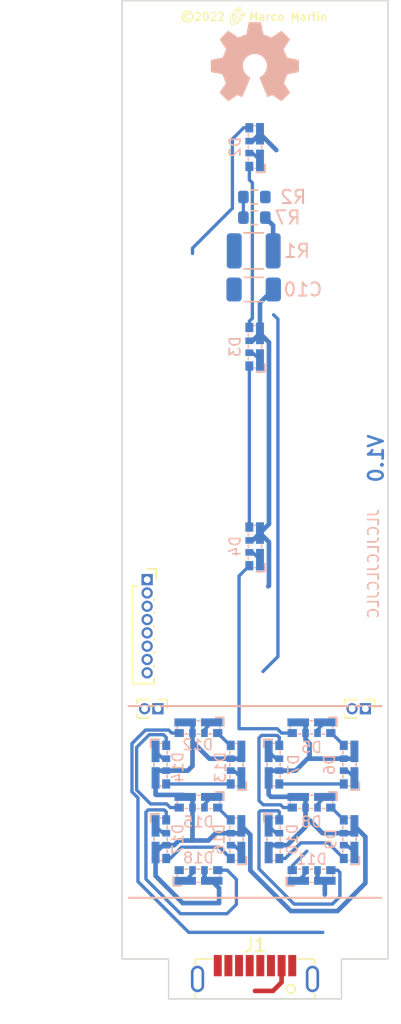
<source format=kicad_pcb>
(kicad_pcb (version 20211014) (generator pcbnew)
  (layers (0 "F.Cu" signal) (31 "B.Cu" signal) (34 "B.Paste" user) (35 "F.Paste" user) (36 "B.SilkS" user "B.Silkscreen") (37 "F.SilkS" user "F.Silkscreen") (38 "B.Mask" user) (39 "F.Mask" user) (44 "Edge.Cuts" user))
  (net 0 "")
  (net 1 "GND")
  (net 2 "+5V")
  (net 4 "Net-(J1-PadA5)")
  (net 5 "GPIO10")
  (net 6 "GPIO9")
  (net 7 "GPIO14")
  (net 8 "Net-(D2-Pad4)")
  (net 9 "Net-(D10-Pad4)")
  (net 10 "Net-(D11-Pad4)")
  (net 11 "Net-(D7-Pad4)")
  (net 12 "Net-(D10-Pad2)")
  (net 13 "Net-(D14-Pad4)")
  (net 14 "Net-(D12-Pad4)")
  (net 15 "Net-(D13-Pad4)")
  (net 16 "Net-(D15-Pad4)")
  (net 17 "Net-(D16-Pad4)")
  (net 18 "Net-(D3-Pad4)")
  (net 19 "Net-(D4-Pad4)")
  (net 20 "Net-(D5-Pad4)")
  (net 21 "Net-(D6-Pad4)")
  (net 22 "Net-(D8-Pad4)")
  (net 23 "Net-(D17-Pad4)")
  (net 24 "RX")
  (net 25 "TX")
  (net 26 "RST")
  (net 27 "GPIO0")
  (net 29 "+3V3")
  (net 30 "Net-(D19-Pad2)")
  (net 31 "/D_P")
  (net 32 "/D_N")
  (net 33 "ADC")
  (net 34 "Net-(R1-Pad2)")
  (footprint "espriktning:usb-c-vertical-8" (layer "F.Cu") (at 40 103.5)
    (fp_text reference "J1")
    (fp_text value "USB_C_Receptacle_USB2.0")
  )
  (footprint "Connector_PinHeader_1.00mm:PinHeader_1x02_P1.00mm_Vertical" (layer "F.Cu") (at 32.7 83.2 -90)
    (fp_text reference "SW1" hide)
    (fp_text value "Reset")
  )
  (footprint "Connector_PinHeader_1.00mm:PinHeader_1x02_P1.00mm_Vertical" (layer "F.Cu") (at 48.3 83.2 -90)
    (fp_text reference "SW2" hide)
    (fp_text value "Flash")
  )
  (footprint "MountingHole:MountingHole_2.1mm" (layer "F.Cu") (at 32.5 99.5)
    (fp_text reference "REF**" hide)
    (fp_text value "MountingHole_2.1mm" hide)
  )
  (footprint "MountingHole:MountingHole_2.1mm" (layer "F.Cu") (at 47.5 99.5)
    (fp_text reference "REF**" hide)
    (fp_text value "MountingHole_2.1mm" hide)
  )
  (footprint "Connector_PinSocket_1.00mm:PinSocket_1x08_P1.00mm_Vertical" (layer "F.Cu") (at 31.89 73.5)
    (fp_text reference "J4" hide)
    (fp_text value "Conn_01x08")
  )
  (footprint "espriktning:SK6812D-EC3210R" (layer "B.Cu") (at 40 41 90)
    (fp_text reference "D2")
    (fp_text value "SK6812")
  )
  (footprint "espriktning:SK6812D-EC3210R" (layer "B.Cu") (at 40 56 90)
    (fp_text reference "D3")
    (fp_text value "SK6812")
  )
  (footprint "espriktning:SK6812D-EC3210R" (layer "B.Cu") (at 40 71 90)
    (fp_text reference "D4")
    (fp_text value "SK6812")
  )
  (footprint "espriktning:SK6812D-EC3210R" (layer "B.Cu") (at 44.25 84.6 180)
    (fp_text reference "D5")
    (fp_text value "SK6812")
  )
  (footprint "espriktning:SK6812D-EC3210R" (layer "B.Cu") (at 47.1 87.4 90)
    (fp_text reference "D6")
    (fp_text value "SK6812")
  )
  (footprint "espriktning:SK6812D-EC3210R" (layer "B.Cu") (at 41.4 87.4 -90)
    (fp_text reference "D7")
    (fp_text value "SK6812")
  )
  (footprint "espriktning:SK6812D-EC3210R" (layer "B.Cu") (at 44.25 90.2 180)
    (fp_text reference "D8")
    (fp_text value "SK6812")
  )
  (footprint "espriktning:SK6812D-EC3210R" (layer "B.Cu") (at 47.1 93 90)
    (fp_text reference "D9")
    (fp_text value "SK6812")
  )
  (footprint "espriktning:SK6812D-EC3210R" (layer "B.Cu") (at 41.4 93 -90)
    (fp_text reference "D10")
    (fp_text value "SK6812")
  )
  (footprint "espriktning:SK6812D-EC3210R" (layer "B.Cu") (at 44.25 95.75)
    (fp_text reference "D11")
    (fp_text value "SK6812")
  )
  (footprint "espriktning:SK6812D-EC3210R" (layer "B.Cu") (at 35.75 84.6 180)
    (fp_text reference "D12")
    (fp_text value "SK6812")
  )
  (footprint "espriktning:SK6812D-EC3210R" (layer "B.Cu") (at 38.6 87.4 90)
    (fp_text reference "D13")
    (fp_text value "SK6812")
  )
  (footprint "espriktning:SK6812D-EC3210R" (layer "B.Cu") (at 32.9 87.4 -90)
    (fp_text reference "D14")
    (fp_text value "SK6812")
  )
  (footprint "espriktning:SK6812D-EC3210R" (layer "B.Cu") (at 35.75 90.2 180)
    (fp_text reference "D15")
    (fp_text value "SK6812")
  )
  (footprint "espriktning:SK6812D-EC3210R" (layer "B.Cu") (at 38.6 93 90)
    (fp_text reference "D16")
    (fp_text value "SK6812")
  )
  (footprint "espriktning:SK6812D-EC3210R" (layer "B.Cu") (at 32.9 93 -90)
    (fp_text reference "D17")
    (fp_text value "SK6812")
  )
  (footprint "espriktning:SK6812D-EC3210R" (layer "B.Cu") (at 35.75 95.75)
    (fp_text reference "D18")
    (fp_text value "SK6812")
  )
  (footprint "Resistor_SMD:R_0603_1608Metric" (layer "B.Cu") (at 39.95 46.3 180)
    (fp_text reference "R7")
    (fp_text value "12k")
  )
  (footprint "Symbol:OSHW-Symbol_6.7x6mm_SilkScreen" (layer "B.Cu") (at 40 34.6 180)
    (fp_text reference "REF**" hide)
    (fp_text value "OSHW-Symbol_6.7x6mm_SilkScreen" hide)
  )
  (footprint "Resistor_SMD:R_1210_3225Metric" (layer "B.Cu") (at 39.9 48.8)
    (fp_text reference "R1")
    (fp_text value "GT36528")
  )
  (footprint "Capacitor_SMD:C_1206_3216Metric" (layer "B.Cu") (at 39.9 51.7 180)
    (fp_text reference "C10")
    (fp_text value "10u")
  )
  (footprint "Resistor_SMD:R_0603_1608Metric" (layer "B.Cu") (at 39.95 44.75)
    (fp_text reference "R2")
    (fp_text value "12k")
  )
  (gr_line (start 30.5 83) (end 49.5 83) (layer "B.SilkS") (width 0.15))
  (gr_line (start 30.5 97.4) (end 49.5 97.4) (layer "B.SilkS") (width 0.15))
  (gr_line (start 39.077889 30.97625) (end 39.082922 30.977953) (layer "F.SilkS") (width 0.045155))
  (gr_line (start 38.570702 30.631891) (end 38.577758 30.627368) (layer "F.SilkS") (width 0.045155))
  (gr_line (start 38.421562 31.035774) (end 38.435849 31.056413) (layer "F.SilkS") (width 0.045155))
  (gr_line (start 38.667933 30.602191) (end 38.667933 30.602191) (layer "F.SilkS") (width 0.045155))
  (gr_line (start 38.13357 31.425056) (end 38.145937 31.364655) (layer "F.SilkS") (width 0.045155))
  (gr_line (start 38.969071 31.156316) (end 38.965484 31.152553) (layer "F.SilkS") (width 0.045155))
  (gr_line (start 38.499453 31.130985) (end 38.516947 31.147686) (layer "F.SilkS") (width 0.045155))
  (gr_line (start 38.790901 30.653126) (end 38.796659 30.659166) (layer "F.SilkS") (width 0.045155))
  (gr_line (start 38.422695 31.433409) (end 38.403462 31.414155) (layer "F.SilkS") (width 0.045155))
  (gr_line (start 38.127121 31.481294) (end 38.13357 31.425056) (layer "F.SilkS") (width 0.045155))
  (gr_line (start 38.650152 30.9491) (end 38.641449 30.947994) (layer "F.SilkS") (width 0.045155))
  (gr_line (start 38.563884 30.63674) (end 38.570702 30.631891) (layer "F.SilkS") (width 0.045155))
  (gr_line (start 38.943914 31.116961) (end 38.942211 31.111928) (layer "F.SilkS") (width 0.045155))
  (gr_line (start 38.497562 30.741047) (end 38.499504 30.732633) (layer "F.SilkS") (width 0.045155))
  (gr_line (start 39.013459 31.183175) (end 39.008425 31.181472) (layer "F.SilkS") (width 0.045155))
  (gr_line (start 39.153448 31.068636) (end 39.153866 31.074138) (layer "F.SilkS") (width 0.045155))
  (gr_line (start 38.499504 30.819556) (end 38.497562 30.811142) (layer "F.SilkS") (width 0.045155))
  (gr_line (start 38.676882 30.602418) (end 38.685713 30.603089) (layer "F.SilkS") (width 0.045155))
  (gr_line (start 38.958863 31.14453) (end 38.955842 31.140283) (layer "F.SilkS") (width 0.045155))
  (gr_line (start 38.937341 31.079713) (end 38.937341 31.079713) (layer "F.SilkS") (width 0.045155))
  (gr_line (start 38.807288 30.672045) (end 38.812136 30.678864) (layer "F.SilkS") (width 0.045155))
  (gr_line (start 38.17389 31.696803) (end 38.15493 31.662769) (layer "F.SilkS") (width 0.045155))
  (gr_line (start 38.494927 30.758314) (end 38.496033 30.749611) (layer "F.SilkS") (width 0.045155))
  (gr_line (start 38.608139 30.939445) (end 38.600242 30.936332) (layer "F.SilkS") (width 0.045155))
  (gr_line (start 38.403462 31.414155) (end 38.386188 31.391977) (layer "F.SilkS") (width 0.045155))
  (gr_line (start 38.634962 31.232409) (end 38.656766 31.24405) (layer "F.SilkS") (width 0.045155))
  (gr_line (start 39.022867 31.340568) (end 39.022867 31.340568) (layer "F.SilkS") (width 0.045155))
  (gr_line (start 38.910257 30.491007) (end 38.910257 30.491007) (layer "F.SilkS") (width 0.045155))
  (gr_line (start 38.608139 30.612744) (end 38.616219 30.61001) (layer "F.SilkS") (width 0.045155))
  (gr_line (start 38.496033 30.802578) (end 38.494927 30.793875) (layer "F.SilkS") (width 0.045155))
  (gr_line (start 39.003506 30.979893) (end 39.008425 30.977953) (layer "F.SilkS") (width 0.045155))
  (gr_line (start 38.58504 30.62318) (end 38.592538 30.61934) (layer "F.SilkS") (width 0.045155))
  (gr_line (start 38.557314 30.910287) (end 38.551004 30.904821) (layer "F.SilkS") (width 0.045155))
  (gr_line (start 38.676882 30.949772) (end 38.667933 30.949998) (layer "F.SilkS") (width 0.045155))
  (gr_line (start 38.15493 31.662769) (end 38.140495 31.624108) (layer "F.SilkS") (width 0.045155))
  (gr_line (start 38.82817 30.708404) (end 38.831284 30.716301) (layer "F.SilkS") (width 0.045155))
  (gr_line (start 38.528578 30.880144) (end 38.523729 30.873326) (layer "F.SilkS") (width 0.045155))
  (gr_line (start 38.544964 30.653126) (end 38.551004 30.647368) (layer "F.SilkS") (width 0.045155))
  (gr_line (start 39.012889 31.346269) (end 38.941962 31.388092) (layer "F.SilkS") (width 0.045155))
  (gr_line (start 38.743327 30.61934) (end 38.750825 30.62318) (layer "F.SilkS") (width 0.045155))
  (gr_line (start 38.85237 31.313615) (end 38.906994 31.324858) (layer "F.SilkS") (width 0.045155))
  (gr_line (start 39.013459 30.97625) (end 39.0186 30.97479) (layer "F.SilkS") (width 0.045155))
  (gr_line (start 39.135505 31.140283) (end 39.132485 31.14453) (layer "F.SilkS") (width 0.045155))
  (gr_line (start 38.836361 30.732633) (end 38.838303 30.741047) (layer "F.SilkS") (width 0.045155))
  (gr_line (start 39.149137 31.111928) (end 39.147433 31.116961) (layer "F.SilkS") (width 0.045155))
  (gr_line (start 38.802125 30.665476) (end 38.807288 30.672045) (layer "F.SilkS") (width 0.045155))
  (gr_line (start 38.758215 31.635336) (end 38.705194 31.67585) (layer "F.SilkS") (width 0.045155))
  (gr_line (start 38.945854 31.121881) (end 38.943914 31.116961) (layer "F.SilkS") (width 0.045155))
  (gr_line (start 38.994036 30.984455) (end 38.998707 30.982062) (layer "F.SilkS") (width 0.045155))
  (gr_line (start 38.409862 31.797667) (end 38.36704 31.798628) (layer "F.SilkS") (width 0.045155))
  (gr_line (start 39.092641 30.982062) (end 39.097312 30.984455) (layer "F.SilkS") (width 0.045155))
  (gr_line (start 38.632885 30.946465) (end 38.624472 30.944523) (layer "F.SilkS") (width 0.045155))
  (gr_line (start 38.260165 31.083296) (end 38.306306 31.003481) (layer "F.SilkS") (width 0.045155))
  (gr_line (start 39.045674 31.188046) (end 39.045674 31.188046) (layer "F.SilkS") (width 0.045155))
  (gr_line (start 38.941962 31.388092) (end 38.870888 31.423777) (layer "F.SilkS") (width 0.045155))
  (gr_line (start 38.33183 31.099991) (end 38.337178 31.048014) (layer "F.SilkS") (width 0.045155))
  (gr_line (start 38.698383 31.482083) (end 38.665657 31.487828) (layer "F.SilkS") (width 0.045155))
  (gr_line (start 39.040099 30.97152) (end 39.045674 30.97138) (layer "F.SilkS") (width 0.045155))
  (gr_line (start 38.224266 31.750617) (end 38.197095 31.726117) (layer "F.SilkS") (width 0.045155))
  (gr_line (start 38.989499 31.172362) (end 38.985104 31.169544) (layer "F.SilkS") (width 0.045155))
  (gr_line (start 39.138323 31.023538) (end 39.140932 31.028075) (layer "F.SilkS") (width 0.045155))
  (gr_line (start 39.122277 31.156316) (end 39.118515 31.159903) (layer "F.SilkS") (width 0.045155))
  (gr_line (start 38.338901 31.272471) (end 38.333086 31.23451) (layer "F.SilkS") (width 0.045155))
  (gr_line (start 38.650152 30.603089) (end 38.658984 30.602418) (layer "F.SilkS") (width 0.045155))
  (gr_line (start 39.256638 30.928616) (end 39.238108 31.088265) (layer "F.SilkS") (width 0.045155))
  (gr_line (start 38.989499 30.987063) (end 38.994036 30.984455) (layer "F.SilkS") (width 0.045155))
  (gr_line (start 39.087842 31.179532) (end 39.082922 31.181472) (layer "F.SilkS") (width 0.045155))
  (gr_line (start 38.940751 31.106787) (end 38.939542 31.101546) (layer "F.SilkS") (width 0.045155))
  (gr_line (start 38.980856 30.992901) (end 38.985104 30.989881) (layer "F.SilkS") (width 0.045155))
  (gr_line (start 38.824687 30.851489) (end 38.820847 30.858987) (layer "F.SilkS") (width 0.045155))
  (gr_line (start 39.05675 31.187487) (end 39.051249 31.187905) (layer "F.SilkS") (width 0.045155))
  (gr_line (start 38.955842 31.019143) (end 38.958863 31.014895) (layer "F.SilkS") (width 0.045155))
  (gr_line (start 39.125864 31.152553) (end 39.122277 31.156316) (layer "F.SilkS") (width 0.045155))
  (gr_line (start 38.550971 31.762185) (end 38.502106 31.779539) (layer "F.SilkS") (width 0.045155))
  (gr_line (start 38.164502 31.300186) (end 38.189542 31.231741) (layer "F.SilkS") (width 0.045155))
  (gr_line (start 38.515019 30.693202) (end 38.519206 30.685919) (layer "F.SilkS") (width 0.045155))
  (gr_line (start 39.106244 30.989881) (end 39.110491 30.992901) (layer "F.SilkS") (width 0.045155))
  (gr_line (start 39.143324 31.12668) (end 39.140932 31.131351) (layer "F.SilkS") (width 0.045155))
  (gr_line (start 39.114584 31.163308) (end 39.110491 31.166524) (layer "F.SilkS") (width 0.045155))
  (gr_line (start 38.9379 31.068636) (end 38.938589 31.063215) (layer "F.SilkS") (width 0.045155))
  (gr_line (start 39.023841 31.185845) (end 39.0186 31.184635) (layer "F.SilkS") (width 0.045155))
  (gr_line (start 38.435849 31.056413) (end 38.450785 31.076243) (layer "F.SilkS") (width 0.045155))
  (gr_line (start 39.029176 31.186798) (end 39.023841 31.185845) (layer "F.SilkS") (width 0.045155))
  (gr_line (start 38.771982 30.915449) (end 38.765164 30.920298) (layer "F.SilkS") (width 0.045155))
  (gr_line (start 38.511178 30.851489) (end 38.507696 30.843786) (layer "F.SilkS") (width 0.045155))
  (gr_line (start 38.34723 31.30712) (end 38.338901 31.272471) (layer "F.SilkS") (width 0.045155))
  (gr_line (start 39.077889 31.183175) (end 39.072748 31.184635) (layer "F.SilkS") (width 0.045155))
  (gr_line (start 38.812136 30.678864) (end 38.816659 30.685919) (layer "F.SilkS") (width 0.045155))
  (gr_line (start 38.58504 30.929009) (end 38.577758 30.924821) (layer "F.SilkS") (width 0.045155))
  (gr_line (start 38.84161 30.785044) (end 38.840938 30.793875) (layer "F.SilkS") (width 0.045155))
  (gr_line (start 38.386188 31.391977) (end 38.370984 31.366796) (layer "F.SilkS") (width 0.045155))
  (gr_line (start 39.110491 31.166524) (end 39.106244 31.169544) (layer "F.SilkS") (width 0.045155))
  (gr_line (start 38.831284 30.716301) (end 38.834018 30.724381) (layer "F.SilkS") (width 0.045155))
  (gr_line (start 39.092641 31.177363) (end 39.087842 31.179532) (layer "F.SilkS") (width 0.045155))
  (gr_line (start 38.727727 30.939445) (end 38.719646 30.942179) (layer "F.SilkS") (width 0.045155))
  (gr_line (start 39.101848 30.987063) (end 39.106244 30.989881) (layer "F.SilkS") (width 0.045155))
  (gr_line (start 38.819029 31.312059) (end 38.608064 31.733989) (layer "F.SilkS") (width 0.045155))
  (gr_line (start 38.577758 30.924821) (end 38.570702 30.920298) (layer "F.SilkS") (width 0.045155))
  (gr_line (start 38.834018 30.724381) (end 38.836361 30.732633) (layer "F.SilkS") (width 0.045155))
  (gr_line (start 39.023841 30.97358) (end 39.029176 30.972628) (layer "F.SilkS") (width 0.045155))
  (gr_line (start 39.067507 30.97358) (end 39.072748 30.97479) (layer "F.SilkS") (width 0.045155))
  (gr_line (start 38.655104 30.488156) (end 38.910257 30.491007) (layer "F.SilkS") (width 0.045155))
  (gr_line (start 38.942211 31.111928) (end 38.940751 31.106787) (layer "F.SilkS") (width 0.045155))
  (gr_line (start 38.980856 31.166524) (end 38.976764 31.163308) (layer "F.SilkS") (width 0.045155))
  (gr_line (start 38.326791 31.79431) (end 38.289393 31.784807) (layer "F.SilkS") (width 0.045155))
  (gr_line (start 38.950416 31.131351) (end 38.948023 31.12668) (layer "F.SilkS") (width 0.045155))
  (gr_line (start 38.963838 31.333813) (end 39.022867 31.340568) (layer "F.SilkS") (width 0.045155))
  (gr_line (start 38.725749 31.274938) (end 38.74992 31.283925) (layer "F.SilkS") (width 0.045155))
  (gr_line (start 38.758108 30.924821) (end 38.750825 30.929009) (layer "F.SilkS") (width 0.045155))
  (gr_line (start 39.153448 31.090789) (end 39.152759 31.096211) (layer "F.SilkS") (width 0.045155))
  (gr_line (start 38.641449 30.947994) (end 38.632885 30.946465) (layer "F.SilkS") (width 0.045155))
  (gr_line (start 38.802125 30.886713) (end 38.796659 30.893023) (layer "F.SilkS") (width 0.045155))
  (gr_line (start 38.750825 30.929009) (end 38.743327 30.932849) (layer "F.SilkS") (width 0.045155))
  (gr_line (start 38.370984 31.366796) (end 38.357961 31.338536) (layer "F.SilkS") (width 0.045155))
  (gr_line (start 38.834018 30.827808) (end 38.831284 30.835888) (layer "F.SilkS") (width 0.045155))
  (gr_line (start 38.836361 30.819556) (end 38.834018 30.827808) (layer "F.SilkS") (width 0.045155))
  (gr_line (start 39.154007 31.079713) (end 39.153866 31.085287) (layer "F.SilkS") (width 0.045155))
  (gr_line (start 38.945854 31.037544) (end 38.948023 31.032746) (layer "F.SilkS") (width 0.045155))
  (gr_line (start 38.507696 30.708404) (end 38.511178 30.7007) (layer "F.SilkS") (width 0.045155))
  (gr_line (start 38.796659 30.893023) (end 38.790901 30.899063) (layer "F.SilkS") (width 0.045155))
  (gr_line (start 38.937341 31.079713) (end 38.937482 31.074138) (layer "F.SilkS") (width 0.045155))
  (gr_line (start 39.05675 30.971939) (end 39.062172 30.972628) (layer "F.SilkS") (width 0.045155))
  (gr_line (start 38.735624 30.615857) (end 38.743327 30.61934) (layer "F.SilkS") (width 0.045155))
  (gr_line (start 38.517 31.482723) (end 38.49104 31.474395) (layer "F.SilkS") (width 0.045155))
  (gr_line (start 39.143324 31.032746) (end 39.145494 31.037544) (layer "F.SilkS") (width 0.045155))
  (gr_line (start 38.221337 31.159413) (end 38.260165 31.083296) (layer "F.SilkS") (width 0.045155))
  (gr_line (start 38.743327 30.932849) (end 38.735624 30.936332) (layer "F.SilkS") (width 0.045155))
  (gr_line (start 38.652794 31.710434) (end 38.601294 31.739181) (layer "F.SilkS") (width 0.045155))
  (gr_line (start 38.731849 31.474263) (end 38.698383 31.482083) (layer "F.SilkS") (width 0.045155))
  (gr_line (start 38.998707 30.982062) (end 39.003506 30.979893) (layer "F.SilkS") (width 0.045155))
  (gr_line (start 38.976764 30.996118) (end 38.980856 30.992901) (layer "F.SilkS") (width 0.045155))
  (gr_line (start 38.658984 30.602418) (end 38.667933 30.602191) (layer "F.SilkS") (width 0.045155))
  (gr_line (start 38.633782 31.49142) (end 38.602867 31.492783) (layer "F.SilkS") (width 0.045155))
  (gr_line (start 39.129269 31.148623) (end 39.125864 31.152553) (layer "F.SilkS") (width 0.045155))
  (gr_line (start 38.937482 31.085287) (end 38.937341 31.079713) (layer "F.SilkS") (width 0.045155))
  (gr_line (start 39.118515 31.159903) (end 39.114584 31.163308) (layer "F.SilkS") (width 0.045155))
  (gr_line (start 39.045674 30.97138) (end 39.045674 30.97138) (layer "F.SilkS") (width 0.045155))
  (gr_line (start 38.800555 31.452707) (end 38.765943 31.464445) (layer "F.SilkS") (width 0.045155))
  (gr_line (start 38.950416 31.028075) (end 38.953024 31.023538) (layer "F.SilkS") (width 0.045155))
  (gr_line (start 39.097312 30.984455) (end 39.101848 30.987063) (layer "F.SilkS") (width 0.045155))
  (gr_line (start 39.132485 31.14453) (end 39.129269 31.148623) (layer "F.SilkS") (width 0.045155))
  (gr_line (start 38.70298 30.946465) (end 38.694416 30.947994) (layer "F.SilkS") (width 0.045155))
  (gr_line (start 38.955842 31.140283) (end 38.953024 31.135887) (layer "F.SilkS") (width 0.045155))
  (gr_line (start 38.357961 31.338536) (end 38.34723 31.30712) (layer "F.SilkS") (width 0.045155))
  (gr_line (start 38.74992 31.283925) (end 38.8 31.3) (layer "F.SilkS") (width 0.045155))
  (gr_line (start 38.466367 31.095274) (end 38.482591 31.113518) (layer "F.SilkS") (width 0.045155))
  (gr_line (start 38.667933 30.949998) (end 38.658984 30.949772) (layer "F.SilkS") (width 0.045155))
  (gr_line (start 38.551004 30.904821) (end 38.544964 30.899063) (layer "F.SilkS") (width 0.045155))
  (gr_line (start 38.758108 30.627368) (end 38.765164 30.631891) (layer "F.SilkS") (width 0.045155))
  (gr_line (start 39.101848 31.172362) (end 39.097312 31.174971) (layer "F.SilkS") (width 0.045155))
  (gr_line (start 38.840938 30.793875) (end 38.839832 30.802578) (layer "F.SilkS") (width 0.045155))
  (gr_line (start 39.034597 31.187487) (end 39.029176 31.186798) (layer "F.SilkS") (width 0.045155))
  (gr_line (start 38.255126 31.770212) (end 38.224266 31.750617) (layer "F.SilkS") (width 0.045155))
  (gr_line (start 38.938589 31.063215) (end 38.939542 31.05788) (layer "F.SilkS") (width 0.045155))
  (gr_line (start 39.153866 31.074138) (end 39.154007 31.079713) (layer "F.SilkS") (width 0.045155))
  (gr_line (start 38.985104 30.989881) (end 38.989499 30.987063) (layer "F.SilkS") (width 0.045155))
  (gr_line (start 38.711394 30.944523) (end 38.70298 30.946465) (layer "F.SilkS") (width 0.045155))
  (gr_line (start 38.679168 31.255011) (end 38.702163 31.265304) (layer "F.SilkS") (width 0.045155))
  (gr_line (start 38.962079 31.010803) (end 38.965484 31.006872) (layer "F.SilkS") (width 0.045155))
  (gr_line (start 39.051249 31.187905) (end 39.045674 31.188046) (layer "F.SilkS") (width 0.045155))
  (gr_line (start 39.0186 30.97479) (end 39.023841 30.97358) (layer "F.SilkS") (width 0.045155))
  (gr_line (start 38.702163 31.265304) (end 38.725749 31.274938) (layer "F.SilkS") (width 0.045155))
  (gr_line (start 38.906994 31.324858) (end 38.963838 31.333813) (layer "F.SilkS") (width 0.045155))
  (gr_line (start 38.360038 30.920064) (end 38.360038 30.920064) (layer "F.SilkS") (width 0.045155))
  (gr_line (start 38.958863 31.014895) (end 38.962079 31.010803) (layer "F.SilkS") (width 0.045155))
  (gr_line (start 39.051249 30.97152) (end 39.05675 30.971939) (layer "F.SilkS") (width 0.045155))
  (gr_line (start 38.632885 30.605724) (end 38.641449 30.604195) (layer "F.SilkS") (width 0.045155))
  (gr_line (start 38.557314 30.641902) (end 38.563884 30.63674) (layer "F.SilkS") (width 0.045155))
  (gr_line (start 38.840938 30.758314) (end 38.84161 30.767146) (layer "F.SilkS") (width 0.045155))
  (gr_line (start 38.515019 30.858987) (end 38.511178 30.851489) (layer "F.SilkS") (width 0.045155))
  (gr_line (start 39.045674 30.97138) (end 39.051249 30.97152) (layer "F.SilkS") (width 0.045155))
  (gr_line (start 38.494927 30.793875) (end 38.494256 30.785044) (layer "F.SilkS") (width 0.045155))
  (gr_line (start 38.553817 31.178833) (end 38.573184 31.1933) (layer "F.SilkS") (width 0.045155))
  (gr_line (start 38.439863 31.069735) (end 38.151924 31.634208) (layer "F.SilkS") (width 0.045155))
  (gr_line (start 38.450785 31.076243) (end 38.466367 31.095274) (layer "F.SilkS") (width 0.045155))
  (gr_line (start 38.494256 30.767146) (end 38.494927 30.758314) (layer "F.SilkS") (width 0.045155))
  (gr_line (start 38.841836 30.776095) (end 38.841836 30.776095) (layer "F.SilkS") (width 0.045155))
  (gr_line (start 38.523729 30.873326) (end 38.519206 30.86627) (layer "F.SilkS") (width 0.045155))
  (gr_line (start 38.502106 31.779539) (end 38.454976 31.791335) (layer "F.SilkS") (width 0.045155))
  (gr_line (start 38.727727 30.612744) (end 38.735624 30.615857) (layer "F.SilkS") (width 0.045155))
  (gr_line (start 38.969071 31.00311) (end 38.972833 30.999522) (layer "F.SilkS") (width 0.045155))
  (gr_line (start 39.067507 31.185845) (end 39.062172 31.186798) (layer "F.SilkS") (width 0.045155))
  (gr_line (start 38.140495 31.624108) (end 38.130862 31.580914) (layer "F.SilkS") (width 0.045155))
  (gr_line (start 38.765943 31.464445) (end 38.731849 31.474263) (layer "F.SilkS") (width 0.045155))
  (gr_line (start 38.939542 31.101546) (end 38.938589 31.096211) (layer "F.SilkS") (width 0.045155))
  (gr_line (start 38.494029 30.776095) (end 38.494029 30.776095) (layer "F.SilkS") (width 0.045155))
  (gr_line (start 38.778551 30.641902) (end 38.784861 30.647368) (layer "F.SilkS") (width 0.045155))
  (gr_line (start 39.150596 31.052638) (end 39.151806 31.05788) (layer "F.SilkS") (width 0.045155))
  (gr_line (start 38.511178 30.7007) (end 38.515019 30.693202) (layer "F.SilkS") (width 0.045155))
  (gr_line (start 39.008425 30.977953) (end 39.013459 30.97625) (layer "F.SilkS") (width 0.045155))
  (gr_line (start 38.918211 31.477287) (end 38.865002 31.536148) (layer "F.SilkS") (width 0.045155))
  (gr_line (start 38.504582 30.716301) (end 38.507696 30.708404) (layer "F.SilkS") (width 0.045155))
  (gr_line (start 38.454976 31.791335) (end 38.409862 31.797667) (layer "F.SilkS") (width 0.045155))
  (gr_line (start 38.811577 31.5888) (end 38.758215 31.635336) (layer "F.SilkS") (width 0.045155))
  (gr_line (start 38.994036 31.174971) (end 38.989499 31.172362) (layer "F.SilkS") (width 0.045155))
  (gr_line (start 38.624472 30.944523) (end 38.616219 30.942179) (layer "F.SilkS") (width 0.045155))
  (gr_line (start 39.062172 30.972628) (end 39.067507 30.97358) (layer "F.SilkS") (width 0.045155))
  (gr_line (start 39.029176 30.972628) (end 39.034597 30.971939) (layer "F.SilkS") (width 0.045155))
  (gr_line (start 38.360038 30.920064) (end 38.371008 30.944911) (layer "F.SilkS") (width 0.045155))
  (gr_line (start 38.765164 30.920298) (end 38.758108 30.924821) (layer "F.SilkS") (width 0.045155))
  (gr_line (start 39.256638 30.928616) (end 39.256638 30.928616) (layer "F.SilkS") (width 0.045155))
  (gr_line (start 38.53374 30.886713) (end 38.528578 30.880144) (layer "F.SilkS") (width 0.045155))
  (gr_line (start 38.685713 30.603089) (end 38.694416 30.604195) (layer "F.SilkS") (width 0.045155))
  (gr_line (start 39.153866 31.085287) (end 39.153448 31.090789) (layer "F.SilkS") (width 0.045155))
  (gr_line (start 39.118515 30.999522) (end 39.122277 31.00311) (layer "F.SilkS") (width 0.045155))
  (gr_line (start 38.394959 30.992026) (end 38.407931 31.014315) (layer "F.SilkS") (width 0.045155))
  (gr_line (start 38.831284 30.835888) (end 38.82817 30.843786) (layer "F.SilkS") (width 0.045155))
  (gr_line (start 38.494029 30.776095) (end 38.494256 30.767146) (layer "F.SilkS") (width 0.045155))
  (gr_line (start 39.135505 31.019143) (end 39.138323 31.023538) (layer "F.SilkS") (width 0.045155))
  (gr_line (start 38.443776 31.449816) (end 38.422695 31.433409) (layer "F.SilkS") (width 0.045155))
  (gr_line (start 38.602363 31.226533) (end 38.314424 31.791006) (layer "F.SilkS") (width 0.045155))
  (gr_line (start 38.482591 31.113518) (end 38.499453 31.130985) (layer "F.SilkS") (width 0.045155))
  (gr_line (start 39.145494 31.037544) (end 39.147433 31.042464) (layer "F.SilkS") (width 0.045155))
  (gr_line (start 38.528578 30.672045) (end 38.53374 30.665476) (layer "F.SilkS") (width 0.045155))
  (gr_line (start 38.600242 30.615857) (end 38.608139 30.612744) (layer "F.SilkS") (width 0.045155))
  (gr_line (start 39.154007 31.079713) (end 39.154007 31.079713) (layer "F.SilkS") (width 0.045155))
  (gr_line (start 38.577758 30.627368) (end 38.58504 30.62318) (layer "F.SilkS") (width 0.045155))
  (gr_line (start 38.694416 30.604195) (end 38.70298 30.605724) (layer "F.SilkS") (width 0.045155))
  (gr_line (start 38.289393 31.784807) (end 38.255126 31.770212) (layer "F.SilkS") (width 0.045155))
  (gr_line (start 38.656766 31.24405) (end 38.679168 31.255011) (layer "F.SilkS") (width 0.045155))
  (gr_line (start 38.965484 31.006872) (end 38.969071 31.00311) (layer "F.SilkS") (width 0.045155))
  (gr_line (start 38.838303 30.741047) (end 38.839832 30.749611) (layer "F.SilkS") (width 0.045155))
  (gr_line (start 39.150596 31.106787) (end 39.149137 31.111928) (layer "F.SilkS") (width 0.045155))
  (gr_line (start 38.962079 31.148623) (end 38.958863 31.14453) (layer "F.SilkS") (width 0.045155))
  (gr_poly (pts (xy 38.736354 30.687717) (xy 38.73625 30.691825) (xy 38.735942 30.695879) (xy 38.735434 30.699874) (xy 38.734732 30.703805) (xy 38.733841 30.707667) (xy 38.732765 30.711455) (xy 38.73151 30.715164) (xy 38.730081 30.718789) (xy 38.728482 30.722325) (xy 38.726719 30.725767) (xy 38.724797 30.729109) (xy 38.722721 30.732348) (xy 38.720495 30.735478) (xy 38.718126 30.738493) (xy 38.715617 30.74139) (xy 38.712974 30.744162) (xy 38.710201 30.746805) (xy 38.707305 30.749314) (xy 38.70429 30.751684) (xy 38.70116 30.753909) (xy 38.697921 30.755985) (xy 38.694578 30.757908) (xy 38.691136 30.75967) (xy 38.687601 30.761269) (xy 38.683976 30.762698) (xy 38.680267 30.763953) (xy 38.676479 30.765029) (xy 38.672617 30.76592) (xy 38.668686 30.766622) (xy 38.664691 30.76713) (xy 38.660637 30.767438) (xy 38.656529 30.767542) (xy 38.652422 30.767438) (xy 38.648368 30.76713) (xy 38.644373 30.766622) (xy 38.640442 30.76592) (xy 38.63658 30.765029) (xy 38.632792 30.763953) (xy 38.629083 30.762698) (xy 38.625458 30.761269) (xy 38.621922 30.75967) (xy 38.61848 30.757908) (xy 38.615137 30.755985) (xy 38.611899 30.753909) (xy 38.608769 30.751684) (xy 38.605754 30.749314) (xy 38.602857 30.746805) (xy 38.600085 30.744162) (xy 38.597442 30.74139) (xy 38.594933 30.738493) (xy 38.592563 30.735478) (xy 38.590338 30.732348) (xy 38.588261 30.729109) (xy 38.586339 30.725767) (xy 38.584576 30.722325) (xy 38.582978 30.718789) (xy 38.581549 30.715164) (xy 38.580294 30.711455) (xy 38.579218 30.707667) (xy 38.578327 30.703805) (xy 38.577625 30.699874) (xy 38.577117 30.695879) (xy 38.576809 30.691825) (xy 38.576705 30.687717) (xy 38.576809 30.68361) (xy 38.577117 30.679556) (xy 38.577625 30.675561) (xy 38.578327 30.67163) (xy 38.579218 30.667768) (xy 38.580294 30.66398) (xy 38.581549 30.660271) (xy 38.582978 30.656646) (xy 38.584576 30.65311) (xy 38.586339 30.649668) (xy 38.588261 30.646326) (xy 38.590338 30.643087) (xy 38.592563 30.639957) (xy 38.594933 30.636942) (xy 38.597442 30.634045) (xy 38.600085 30.631273) (xy 38.602857 30.62863) (xy 38.605754 30.626121) (xy 38.608769 30.623751) (xy 38.611899 30.621526) (xy 38.615137 30.619449) (xy 38.61848 30.617527) (xy 38.621922 30.615765) (xy 38.625458 30.614166) (xy 38.629083 30.612737) (xy 38.632792 30.611482) (xy 38.63658 30.610406) (xy 38.640442 30.609515) (xy 38.644373 30.608813) (xy 38.648368 30.608305) (xy 38.652422 30.607997) (xy 38.656529 30.607893) (xy 38.660637 30.607997) (xy 38.664691 30.608305) (xy 38.668686 30.608813) (xy 38.672617 30.609515) (xy 38.676479 30.610406) (xy 38.680267 30.611482) (xy 38.683976 30.612737) (xy 38.687601 30.614166) (xy 38.691136 30.615765) (xy 38.694578 30.617527) (xy 38.697921 30.619449) (xy 38.70116 30.621526) (xy 38.70429 30.623751) (xy 38.707305 30.626121) (xy 38.710201 30.62863) (xy 38.712974 30.631273) (xy 38.715617 30.634045) (xy 38.718126 30.636942) (xy 38.720495 30.639957) (xy 38.722721 30.643087) (xy 38.724797 30.646326) (xy 38.726719 30.649668) (xy 38.728482 30.65311) (xy 38.730081 30.656646) (xy 38.73151 30.660271) (xy 38.732765 30.66398) (xy 38.733841 30.667768) (xy 38.734732 30.67163) (xy 38.735434 30.675561) (xy 38.735942 30.679556) (xy 38.73625 30.68361) (xy 38.736354 30.687717)) (layer "F.SilkS") (width 0.045155) (fill solid))
  (gr_line (start 39.022867 31.340568) (end 38.970926 31.412125) (layer "F.SilkS") (width 0.045155))
  (gr_line (start 38.570702 30.920298) (end 38.563884 30.915449) (layer "F.SilkS") (width 0.045155))
  (gr_line (start 38.82817 30.843786) (end 38.824687 30.851489) (layer "F.SilkS") (width 0.045155))
  (gr_line (start 39.062172 31.186798) (end 39.05675 31.187487) (layer "F.SilkS") (width 0.045155))
  (gr_line (start 38.816659 30.685919) (end 38.820847 30.693202) (layer "F.SilkS") (width 0.045155))
  (gr_line (start 38.665657 31.487828) (end 38.633782 31.49142) (layer "F.SilkS") (width 0.045155))
  (gr_line (start 38.551004 30.647368) (end 38.557314 30.641902) (layer "F.SilkS") (width 0.045155))
  (gr_line (start 38.306306 31.003481) (end 38.360038 30.920064) (layer "F.SilkS") (width 0.045155))
  (gr_line (start 38.519206 30.685919) (end 38.523729 30.678864) (layer "F.SilkS") (width 0.045155))
  (gr_line (start 39.110491 30.992901) (end 39.114584 30.996118) (layer "F.SilkS") (width 0.045155))
  (gr_line (start 38.838303 30.811142) (end 38.836361 30.819556) (layer "F.SilkS") (width 0.045155))
  (gr_line (start 39.082922 30.977953) (end 39.087842 30.979893) (layer "F.SilkS") (width 0.045155))
  (gr_line (start 38.616219 30.61001) (end 38.624472 30.607666) (layer "F.SilkS") (width 0.045155))
  (gr_line (start 38.667933 30.949998) (end 38.667933 30.949998) (layer "F.SilkS") (width 0.045155))
  (gr_line (start 38.820847 30.693202) (end 38.824687 30.7007) (layer "F.SilkS") (width 0.045155))
  (gr_line (start 39.125864 31.006872) (end 39.129269 31.010803) (layer "F.SilkS") (width 0.045155))
  (gr_line (start 38.943914 31.042464) (end 38.945854 31.037544) (layer "F.SilkS") (width 0.045155))
  (gr_line (start 38.494256 30.785044) (end 38.494029 30.776095) (layer "F.SilkS") (width 0.045155))
  (gr_line (start 38.539206 30.893023) (end 38.53374 30.886713) (layer "F.SilkS") (width 0.045155))
  (gr_line (start 38.972833 31.159903) (end 38.969071 31.156316) (layer "F.SilkS") (width 0.045155))
  (gr_line (start 38.816659 30.86627) (end 38.812136 30.873326) (layer "F.SilkS") (width 0.045155))
  (gr_line (start 38.778551 30.910287) (end 38.771982 30.915449) (layer "F.SilkS") (width 0.045155))
  (gr_line (start 38.953024 31.135887) (end 38.950416 31.131351) (layer "F.SilkS") (width 0.045155))
  (gr_line (start 38.750825 30.62318) (end 38.758108 30.627368) (layer "F.SilkS") (width 0.045155))
  (gr_line (start 38.812136 30.873326) (end 38.807288 30.880144) (layer "F.SilkS") (width 0.045155))
  (gr_line (start 38.865002 31.536148) (end 38.811577 31.5888) (layer "F.SilkS") (width 0.045155))
  (gr_line (start 38.719646 30.61001) (end 38.727727 30.612744) (layer "F.SilkS") (width 0.045155))
  (gr_line (start 39.149137 31.047498) (end 39.150596 31.052638) (layer "F.SilkS") (width 0.045155))
  (gr_line (start 38.382649 30.968894) (end 38.394959 30.992026) (layer "F.SilkS") (width 0.045155))
  (gr_poly (pts (xy 39.003051 31.134767) (xy 39.003116 31.132208) (xy 39.003308 31.129683) (xy 39.003624 31.127194) (xy 39.004061 31.124746) (xy 39.004616 31.12234) (xy 39.005286 31.11998) (xy 39.006068 31.11767) (xy 39.006959 31.115411) (xy 39.007954 31.113209) (xy 39.009053 31.111065) (xy 39.01025 31.108982) (xy 39.011543 31.106965) (xy 39.01293 31.105015) (xy 39.014406 31.103137) (xy 39.015969 31.101332) (xy 39.017615 31.099605) (xy 39.019342 31.097959) (xy 39.021147 31.096396) (xy 39.023025 31.09492) (xy 39.024975 31.093533) (xy 39.026992 31.09224) (xy 39.029075 31.091042) (xy 39.031219 31.089944) (xy 39.033422 31.088948) (xy 39.03568 31.088058) (xy 39.03799 31.087276) (xy 39.04035 31.086606) (xy 39.042756 31.086051) (xy 39.045205 31.085614) (xy 39.047693 31.085297) (xy 39.050219 31.085105) (xy 39.052777 31.085041) (xy 39.055336 31.085105) (xy 39.057862 31.085297) (xy 39.06035 31.085614) (xy 39.062799 31.086051) (xy 39.065205 31.086606) (xy 39.067565 31.087276) (xy 39.069875 31.088058) (xy 39.072133 31.088948) (xy 39.074336 31.089944) (xy 39.07648 31.091042) (xy 39.078563 31.09224) (xy 39.08058 31.093533) (xy 39.08253 31.09492) (xy 39.084408 31.096396) (xy 39.086213 31.097959) (xy 39.08794 31.099605) (xy 39.089586 31.101332) (xy 39.091149 31.103137) (xy 39.092625 31.105015) (xy 39.094012 31.106965) (xy 39.095305 31.108982) (xy 39.096502 31.111065) (xy 39.097601 31.113209) (xy 39.098596 31.115411) (xy 39.099487 31.11767) (xy 39.100269 31.11998) (xy 39.100939 31.12234) (xy 39.101494 31.124746) (xy 39.101931 31.127194) (xy 39.102247 31.129683) (xy 39.102439 31.132208) (xy 39.102504 31.134767) (xy 39.102439 31.137326) (xy 39.102247 31.139852) (xy 39.101931 31.14234) (xy 39.101494 31.144789) (xy 39.100939 31.147195) (xy 39.100269 31.149554) (xy 39.099487 31.151865) (xy 39.098596 31.154123) (xy 39.097601 31.156326) (xy 39.096502 31.15847) (xy 39.095305 31.160552) (xy 39.094012 31.16257) (xy 39.092625 31.16452) (xy 39.091149 31.166398) (xy 39.089586 31.168202) (xy 39.08794 31.169929) (xy 39.086213 31.171576) (xy 39.084408 31.173139) (xy 39.08253 31.174615) (xy 39.08058 31.176001) (xy 39.078563 31.177295) (xy 39.07648 31.178492) (xy 39.074336 31.17959) (xy 39.072133 31.180586) (xy 39.069875 31.181477) (xy 39.067565 31.182258) (xy 39.065205 31.182928) (xy 39.062799 31.183484) (xy 39.06035 31.183921) (xy 39.057862 31.184237) (xy 39.055336 31.184429) (xy 39.052777 31.184494) (xy 39.050219 31.184429) (xy 39.047693 31.184237) (xy 39.045205 31.183921) (xy 39.042756 31.183484) (xy 39.04035 31.182928) (xy 39.03799 31.182258) (xy 39.03568 31.181477) (xy 39.033422 31.180586) (xy 39.031219 31.17959) (xy 39.029075 31.178492) (xy 39.026992 31.177295) (xy 39.024975 31.176001) (xy 39.023025 31.174615) (xy 39.021147 31.173139) (xy 39.019342 31.171576) (xy 39.017615 31.169929) (xy 39.015969 31.168202) (xy 39.014406 31.166398) (xy 39.01293 31.16452) (xy 39.011543 31.16257) (xy 39.01025 31.160552) (xy 39.009053 31.15847) (xy 39.007954 31.156326) (xy 39.006959 31.154123) (xy 39.006068 31.151865) (xy 39.005286 31.149554) (xy 39.004616 31.147195) (xy 39.004061 31.144789) (xy 39.003624 31.14234) (xy 39.003308 31.139852) (xy 39.003116 31.137326) (xy 39.003051 31.134767)) (layer "F.SilkS") (width 0.045155) (fill solid))
  (gr_line (start 38.497562 30.811142) (end 38.496033 30.802578) (layer "F.SilkS") (width 0.045155))
  (gr_line (start 38.501848 30.724381) (end 38.504582 30.716301) (layer "F.SilkS") (width 0.045155))
  (gr_line (start 38.613761 31.220078) (end 38.634962 31.232409) (layer "F.SilkS") (width 0.045155))
  (gr_line (start 38.953024 31.023538) (end 38.955842 31.019143) (layer "F.SilkS") (width 0.045155))
  (gr_line (start 39.034597 30.971939) (end 39.040099 30.97152) (layer "F.SilkS") (width 0.045155))
  (gr_line (start 38.145937 31.364655) (end 38.164502 31.300186) (layer "F.SilkS") (width 0.045155))
  (gr_line (start 38.970926 31.412125) (end 38.918211 31.477287) (layer "F.SilkS") (width 0.045155))
  (gr_line (start 38.719646 30.942179) (end 38.711394 30.944523) (layer "F.SilkS") (width 0.045155))
  (gr_line (start 38.735624 30.936332) (end 38.727727 30.939445) (layer "F.SilkS") (width 0.045155))
  (gr_line (start 38.593167 31.207045) (end 38.613761 31.220078) (layer "F.SilkS") (width 0.045155))
  (gr_line (start 38.36704 31.798628) (end 38.326791 31.79431) (layer "F.SilkS") (width 0.045155))
  (gr_line (start 38.407931 31.014315) (end 38.421562 31.035774) (layer "F.SilkS") (width 0.045155))
  (gr_line (start 38.49104 31.474395) (end 38.466595 31.463452) (layer "F.SilkS") (width 0.045155))
  (gr_line (start 39.008425 31.181472) (end 39.003506 31.179532) (layer "F.SilkS") (width 0.045155))
  (gr_line (start 39.132485 31.014895) (end 39.135505 31.019143) (layer "F.SilkS") (width 0.045155))
  (gr_line (start 38.507696 30.843786) (end 38.504582 30.835888) (layer "F.SilkS") (width 0.045155))
  (gr_line (start 38.839832 30.749611) (end 38.840938 30.758314) (layer "F.SilkS") (width 0.045155))
  (gr_line (start 38.501848 30.827808) (end 38.499504 30.819556) (layer "F.SilkS") (width 0.045155))
  (gr_line (start 39.152759 31.096211) (end 39.151806 31.101546) (layer "F.SilkS") (width 0.045155))
  (gr_line (start 39.082922 31.181472) (end 39.077889 31.183175) (layer "F.SilkS") (width 0.045155))
  (gr_line (start 38.602867 31.492783) (end 38.573025 31.491839) (layer "F.SilkS") (width 0.045155))
  (gr_line (start 38.130862 31.580914) (end 38.126311 31.533278) (layer "F.SilkS") (width 0.045155))
  (gr_line (start 38.658984 30.949772) (end 38.650152 30.9491) (layer "F.SilkS") (width 0.045155))
  (gr_line (start 38.624472 30.607666) (end 38.632885 30.605724) (layer "F.SilkS") (width 0.045155))
  (gr_line (start 39.151806 31.05788) (end 39.152759 31.063215) (layer "F.SilkS") (width 0.045155))
  (gr_line (start 38.544964 30.899063) (end 38.539206 30.893023) (layer "F.SilkS") (width 0.045155))
  (gr_line (start 38.910257 30.491007) (end 38.985805 30.830261) (layer "F.SilkS") (width 0.045155))
  (gr_line (start 38.600242 30.936332) (end 38.592538 30.932849) (layer "F.SilkS") (width 0.045155))
  (gr_line (start 38.641449 30.604195) (end 38.650152 30.603089) (layer "F.SilkS") (width 0.045155))
  (gr_line (start 38.694416 30.947994) (end 38.685713 30.9491) (layer "F.SilkS") (width 0.045155))
  (gr_line (start 38.937482 31.074138) (end 38.9379 31.068636) (layer "F.SilkS") (width 0.045155))
  (gr_line (start 38.939542 31.05788) (end 38.940751 31.052638) (layer "F.SilkS") (width 0.045155))
  (gr_line (start 39.140932 31.131351) (end 39.138323 31.135887) (layer "F.SilkS") (width 0.045155))
  (gr_line (start 38.544366 31.488512) (end 38.517 31.482723) (layer "F.SilkS") (width 0.045155))
  (gr_line (start 38.466595 31.463452) (end 38.443776 31.449816) (layer "F.SilkS") (width 0.045155))
  (gr_line (start 38.711394 30.607666) (end 38.719646 30.61001) (layer "F.SilkS") (width 0.045155))
  (gr_line (start 38.53507 31.163632) (end 38.553817 31.178833) (layer "F.SilkS") (width 0.045155))
  (gr_line (start 38.771982 30.63674) (end 38.778551 30.641902) (layer "F.SilkS") (width 0.045155))
  (gr_line (start 38.937341 31.079713) (end 38.937341 31.079713) (layer "F.SilkS") (width 0.045155))
  (gr_line (start 38.84161 30.767146) (end 38.841836 30.776095) (layer "F.SilkS") (width 0.045155))
  (gr_line (start 38.70298 30.605724) (end 38.711394 30.607666) (layer "F.SilkS") (width 0.045155))
  (gr_line (start 38.870888 31.423777) (end 38.800555 31.452707) (layer "F.SilkS") (width 0.045155))
  (gr_line (start 38.189542 31.231741) (end 38.221337 31.159413) (layer "F.SilkS") (width 0.045155))
  (gr_line (start 38.948023 31.12668) (end 38.945854 31.121881) (layer "F.SilkS") (width 0.045155))
  (gr_line (start 39.140932 31.028075) (end 39.143324 31.032746) (layer "F.SilkS") (width 0.045155))
  (gr_line (start 38.998707 31.177363) (end 38.994036 31.174971) (layer "F.SilkS") (width 0.045155))
  (gr_line (start 39.087842 30.979893) (end 39.092641 30.982062) (layer "F.SilkS") (width 0.045155))
  (gr_line (start 38.126311 31.533278) (end 38.127121 31.481294) (layer "F.SilkS") (width 0.045155))
  (gr_line (start 39.145494 31.121881) (end 39.143324 31.12668) (layer "F.SilkS") (width 0.045155))
  (gr_line (start 38.942211 31.047498) (end 38.943914 31.042464) (layer "F.SilkS") (width 0.045155))
  (gr_line (start 38.839832 30.802578) (end 38.838303 30.811142) (layer "F.SilkS") (width 0.045155))
  (gr_line (start 38.333086 31.23451) (end 38.329895 31.193161) (layer "F.SilkS") (width 0.045155))
  (gr_line (start 38.504582 30.835888) (end 38.501848 30.827808) (layer "F.SilkS") (width 0.045155))
  (gr_line (start 38.523729 30.678864) (end 38.528578 30.672045) (layer "F.SilkS") (width 0.045155))
  (gr_line (start 38.539206 30.659166) (end 38.544964 30.653126) (layer "F.SilkS") (width 0.045155))
  (gr_line (start 39.003506 31.179532) (end 38.998707 31.177363) (layer "F.SilkS") (width 0.045155))
  (gr_line (start 39.147433 31.042464) (end 39.149137 31.047498) (layer "F.SilkS") (width 0.045155))
  (gr_line (start 39.072748 31.184635) (end 39.067507 31.185845) (layer "F.SilkS") (width 0.045155))
  (gr_line (start 38.592538 30.61934) (end 38.600242 30.615857) (layer "F.SilkS") (width 0.045155))
  (gr_line (start 38.371008 30.944911) (end 38.382649 30.968894) (layer "F.SilkS") (width 0.045155))
  (gr_line (start 38.938589 31.096211) (end 38.9379 31.090789) (layer "F.SilkS") (width 0.045155))
  (gr_line (start 38.360038 30.920064) (end 38.360038 30.920064) (layer "F.SilkS") (width 0.045155))
  (gr_line (start 38.841836 30.776095) (end 38.84161 30.785044) (layer "F.SilkS") (width 0.045155))
  (gr_line (start 39.106244 31.169544) (end 39.101848 31.172362) (layer "F.SilkS") (width 0.045155))
  (gr_line (start 38.965484 31.152553) (end 38.962079 31.148623) (layer "F.SilkS") (width 0.045155))
  (gr_line (start 39.114584 30.996118) (end 39.118515 30.999522) (layer "F.SilkS") (width 0.045155))
  (gr_line (start 38.705194 31.67585) (end 38.652794 31.710434) (layer "F.SilkS") (width 0.045155))
  (gr_line (start 38.796659 30.659166) (end 38.802125 30.665476) (layer "F.SilkS") (width 0.045155))
  (gr_line (start 38.345593 30.99234) (end 38.357187 30.932892) (layer "F.SilkS") (width 0.045155))
  (gr_line (start 38.573184 31.1933) (end 38.593167 31.207045) (layer "F.SilkS") (width 0.045155))
  (gr_line (start 38.824687 30.7007) (end 38.82817 30.708404) (layer "F.SilkS") (width 0.045155))
  (gr_line (start 38.519206 30.86627) (end 38.515019 30.858987) (layer "F.SilkS") (width 0.045155))
  (gr_line (start 38.790901 30.899063) (end 38.784861 30.904821) (layer "F.SilkS") (width 0.045155))
  (gr_line (start 39.129269 31.010803) (end 39.132485 31.014895) (layer "F.SilkS") (width 0.045155))
  (gr_line (start 38.8 31.3) (end 38.85237 31.313615) (layer "F.SilkS") (width 0.045155))
  (gr_line (start 38.9379 31.090789) (end 38.937482 31.085287) (layer "F.SilkS") (width 0.045155))
  (gr_line (start 38.499504 30.732633) (end 38.501848 30.724381) (layer "F.SilkS") (width 0.045155))
  (gr_line (start 38.940751 31.052638) (end 38.942211 31.047498) (layer "F.SilkS") (width 0.045155))
  (gr_line (start 38.337178 31.048014) (end 38.345593 30.99234) (layer "F.SilkS") (width 0.045155))
  (gr_line (start 39.0186 31.184635) (end 39.013459 31.183175) (layer "F.SilkS") (width 0.045155))
  (gr_line (start 38.496033 30.749611) (end 38.497562 30.741047) (layer "F.SilkS") (width 0.045155))
  (gr_line (start 38.329895 31.193161) (end 38.32944 31.148347) (layer "F.SilkS") (width 0.045155))
  (gr_line (start 39.040099 31.187905) (end 39.034597 31.187487) (layer "F.SilkS") (width 0.045155))
  (gr_line (start 39.151806 31.101546) (end 39.150596 31.106787) (layer "F.SilkS") (width 0.045155))
  (gr_line (start 39.097312 31.174971) (end 39.092641 31.177363) (layer "F.SilkS") (width 0.045155))
  (gr_line (start 38.592538 30.932849) (end 38.58504 30.929009) (layer "F.SilkS") (width 0.045155))
  (gr_line (start 38.976764 31.163308) (end 38.972833 31.159903) (layer "F.SilkS") (width 0.045155))
  (gr_line (start 38.784861 30.904821) (end 38.778551 30.910287) (layer "F.SilkS") (width 0.045155))
  (gr_line (start 38.807288 30.880144) (end 38.802125 30.886713) (layer "F.SilkS") (width 0.045155))
  (gr_line (start 38.784861 30.647368) (end 38.790901 30.653126) (layer "F.SilkS") (width 0.045155))
  (gr_line (start 38.985104 31.169544) (end 38.980856 31.166524) (layer "F.SilkS") (width 0.045155))
  (gr_line (start 38.197095 31.726117) (end 38.17389 31.696803) (layer "F.SilkS") (width 0.045155))
  (gr_line (start 39.045674 31.188046) (end 39.040099 31.187905) (layer "F.SilkS") (width 0.045155))
  (gr_line (start 38.616219 30.942179) (end 38.608139 30.939445) (layer "F.SilkS") (width 0.045155))
  (gr_line (start 39.072748 30.97479) (end 39.077889 30.97625) (layer "F.SilkS") (width 0.045155))
  (gr_line (start 38.32944 31.148347) (end 38.33183 31.099991) (layer "F.SilkS") (width 0.045155))
  (gr_line (start 38.516947 31.147686) (end 38.53507 31.163632) (layer "F.SilkS") (width 0.045155))
  (gr_line (start 38.765164 30.631891) (end 38.771982 30.63674) (layer "F.SilkS") (width 0.045155))
  (gr_line (start 39.122277 31.00311) (end 39.125864 31.006872) (layer "F.SilkS") (width 0.045155))
  (gr_line (start 38.948023 31.032746) (end 38.950416 31.028075) (layer "F.SilkS") (width 0.045155))
  (gr_line (start 38.53374 30.665476) (end 38.539206 30.659166) (layer "F.SilkS") (width 0.045155))
  (gr_line (start 38.667933 30.602191) (end 38.676882 30.602418) (layer "F.SilkS") (width 0.045155))
  (gr_line (start 38.820847 30.858987) (end 38.816659 30.86627) (layer "F.SilkS") (width 0.045155))
  (gr_line (start 38.573025 31.491839) (end 38.544366 31.488512) (layer "F.SilkS") (width 0.045155))
  (gr_line (start 38.563884 30.915449) (end 38.557314 30.910287) (layer "F.SilkS") (width 0.045155))
  (gr_line (start 38.685713 30.9491) (end 38.676882 30.949772) (layer "F.SilkS") (width 0.045155))
  (gr_line (start 39.138323 31.135887) (end 39.135505 31.140283) (layer "F.SilkS") (width 0.045155))
  (gr_line (start 39.147433 31.116961) (end 39.145494 31.121881) (layer "F.SilkS") (width 0.045155))
  (gr_line (start 38.841836 30.776095) (end 38.841836 30.776095) (layer "F.SilkS") (width 0.045155))
  (gr_line (start 39.152759 31.063215) (end 39.153448 31.068636) (layer "F.SilkS") (width 0.045155))
  (gr_line (start 38.601294 31.739181) (end 38.550971 31.762185) (layer "F.SilkS") (width 0.045155))
  (gr_line (start 38.985805 30.830261) (end 38.985805 30.830261) (layer "F.SilkS") (width 0.045155))
  (gr_line (start 38.985805 30.830261) (end 39.256638 30.928616) (layer "F.SilkS") (width 0.045155))
  (gr_line (start 38.972833 30.999522) (end 38.976764 30.996118) (layer "F.SilkS") (width 0.045155))
  (gr_line (start 46.5 105) (end 46.5 102) (layer "Edge.Cuts") (width 0.1))
  (gr_line (start 50 102) (end 46.5 102) (layer "Edge.Cuts") (width 0.1))
  (gr_line (start 50 30) (end 50 102) (layer "Edge.Cuts") (width 0.1))
  (gr_line (start 30 102) (end 30 30) (layer "Edge.Cuts") (width 0.1))
  (gr_line (start 30 30) (end 50 30) (layer "Edge.Cuts") (width 0.1))
  (gr_line (start 33.5 102) (end 30 102) (layer "Edge.Cuts") (width 0.1))
  (gr_line (start 33.5 105) (end 33.5 102) (layer "Edge.Cuts") (width 0.1))
  (gr_line (start 46.5 105) (end 33.5 105) (layer "Edge.Cuts") (width 0.1))
  (gr_text "V1.0" (at 49.1 64.4 90) (layer "B.Cu") (effects (font (size 1.1 1.1) (thickness 0.2)) (justify mirror)))
  (gr_text "JLCJLCJLCJLC" (at 48.9 72.3 90) (layer "B.SilkS") (effects (font (size 0.8 0.8) (thickness 0.12)) (justify mirror)))
  (gr_text "©2022    Marco Martin" (at 39.92817 31.208404) (layer "F.SilkS") (effects (font (size 0.6 0.6) (thickness 0.1))))
  (segment (start 35.3 95.575) (end 34.75 96.125) (width 0.25) (layer "B.Cu") (net 1))
  (segment (start 38.175 93.45) (end 38.425 93.45) (width 0.25) (layer "B.Cu") (net 1))
  (segment (start 33.075 92.55) (end 32.525 92) (width 0.25) (layer "B.Cu") (net 1))
  (segment (start 38.425 87.85) (end 38.975 88.4) (width 0.25) (layer "B.Cu") (net 1))
  (segment (start 39.825 41.45) (end 40.375 42) (width 0.25) (layer "B.Cu") (net 1))
  (segment (start 44.7 85.025) (end 44.7 84.775) (width 0.25) (layer "B.Cu") (net 1))
  (segment (start 36.2 90.375) (end 36.75 89.825) (width 0.25) (layer "B.Cu") (net 1))
  (segment (start 36.2 84.775) (end 36.2 85.025) (width 0.25) (layer "B.Cu") (net 1))
  (segment (start 39.575 56.45) (end 39.825 56.45) (width 0.25) (layer "B.Cu") (net 1))
  (segment (start 39.825 56.45) (end 40.375 57) (width 0.25) (layer "B.Cu") (net 1))
  (segment (start 44.7 90.375) (end 45.25 89.825) (width 0.25) (layer "B.Cu") (net 1))
  (segment (start 39.825 71.45) (end 40.375 72) (width 0.25) (layer "B.Cu") (net 1))
  (segment (start 46.675 87.85) (end 46.925 87.85) (width 0.25) (layer "B.Cu") (net 1))
  (segment (start 41.575 92.55) (end 41.025 92) (width 0.25) (layer "B.Cu") (net 1))
  (segment (start 33.325 86.95) (end 33.075 86.95) (width 0.25) (layer "B.Cu") (net 1))
  (segment (start 35.3 95.325) (end 35.3 95.575) (width 0.25) (layer "B.Cu") (net 1))
  (segment (start 38.175 87.85) (end 38.425 87.85) (width 0.25) (layer "B.Cu") (net 1))
  (segment (start 33.075 86.95) (end 32.525 86.4) (width 0.25) (layer "B.Cu") (net 1))
  (segment (start 41.825 86.95) (end 41.575 86.95) (width 0.25) (layer "B.Cu") (net 1))
  (segment (start 33.325 92.55) (end 33.075 92.55) (width 0.25) (layer "B.Cu") (net 1))
  (segment (start 46.675 93.45) (end 46.925 93.45) (width 0.25) (layer "B.Cu") (net 1))
  (segment (start 39.575 71.45) (end 39.825 71.45) (width 0.25) (layer "B.Cu") (net 1))
  (segment (start 41.825 92.55) (end 41.575 92.55) (width 0.25) (layer "B.Cu") (net 1))
  (segment (start 38.425 93.45) (end 38.975 94) (width 0.25) (layer "B.Cu") (net 1))
  (segment (start 43.8 95.325) (end 43.8 95.575) (width 0.25) (layer "B.Cu") (net 1))
  (segment (start 36.2 90.625) (end 36.2 90.375) (width 0.25) (layer "B.Cu") (net 1))
  (segment (start 43.8 95.575) (end 43.25 96.125) (width 0.25) (layer "B.Cu") (net 1))
  (segment (start 41.575 86.95) (end 41.025 86.4) (width 0.25) (layer "B.Cu") (net 1))
  (segment (start 44.7 84.775) (end 45.25 84.225) (width 0.25) (layer "B.Cu") (net 1))
  (segment (start 36.75 84.225) (end 36.2 84.775) (width 0.25) (layer "B.Cu") (net 1))
  (segment (start 39.575 41.45) (end 39.825 41.45) (width 0.25) (layer "B.Cu") (net 1))
  (segment (start 44.7 90.625) (end 44.7 90.375) (width 0.25) (layer "B.Cu") (net 1))
  (segment (start 46.925 87.85) (end 47.475 88.4) (width 0.25) (layer "B.Cu") (net 1))
  (segment (start 46.925 93.45) (end 47.475 94) (width 0.25) (layer "B.Cu") (net 1))
  (segment (start 34.565978 97.8) (end 32.525 95.759022) (width 0.35) (layer "B.Cu") (net 2))
  (segment (start 35.15 89.825) (end 34.75 89.825) (width 0.35) (layer "B.Cu") (net 2))
  (segment (start 35.3 93.1) (end 36.495325 93.1) (width 0.35) (layer "B.Cu") (net 2))
  (segment (start 41.025 89.649022) (end 41.192427 89.816449) (width 0.35) (layer "B.Cu") (net 2))
  (segment (start 44.824511 96.099511) (end 44.7 95.975) (width 0.35) (layer "B.Cu") (net 2))
  (segment (start 36.2 95.325) (end 36.2 95.975) (width 0.35) (layer "B.Cu") (net 2))
  (segment (start 38.175 86.95) (end 38.825 86.95) (width 0.35) (layer "B.Cu") (net 2))
  (segment (start 35.3 85.675) (end 36.575 86.95) (width 0.35) (layer "B.Cu") (net 2))
  (segment (start 41 74) (end 41.049511 73.950489) (width 0.35) (layer "B.Cu") (net 2))
  (segment (start 37.3 96.675) (end 36.75 96.125) (width 0.35) (layer "B.Cu") (net 2))
  (segment (start 46.675 86.95) (end 47.325 86.95) (width 0.35) (layer "B.Cu") (net 2))
  (segment (start 45.075 92.55) (end 46.675 92.55) (width 0.35) (layer "B.Cu") (net 2))
  (segment (start 39.649511 95.349511) (end 42.7 98.4) (width 0.35) (layer "B.Cu") (net 2))
  (segment (start 47.325 92.55) (end 47.475 92.4) (width 0.35) (layer "B.Cu") (net 2))
  (segment (start 41.225978 87.85) (end 41.025 88.050978) (width 0.35) (layer "B.Cu") (net 2))
  (segment (start 35.3 85.025) (end 35.3 85.675) (width 0.35) (layer "B.Cu") (net 2))
  (segment (start 48.3 96.3) (end 48.3 92.825) (width 0.35) (layer "B.Cu") (net 2))
  (segment (start 32.550489 89.674511) (end 34.599511 89.674511) (width 0.35) (layer "B.Cu") (net 2))
  (segment (start 44.1 86.8) (end 43.05 87.85) (width 0.35) (layer "B.Cu") (net 2))
  (segment (start 38.95 92.55) (end 38.175 92.55) (width 0.35) (layer "B.Cu") (net 2))
  (segment (start 35.3 92.7) (end 35.3 93.1) (width 0.35) (layer "B.Cu") (net 2))
  (segment (start 43.8 90.625) (end 43.8 89.975) (width 0.35) (layer "B.Cu") (net 2))
  (segment (start 41.225978 93.45) (end 41.025 93.650978) (width 0.35) (layer "B.Cu") (net 2))
  (segment (start 35.3 92.7) (end 35.3 90.625) (width 0.35) (layer "B.Cu") (net 2))
  (segment (start 36.495325 93.1) (end 37.045325 92.55) (width 0.35) (layer "B.Cu") (net 2))
  (segment (start 38.975 92.525) (end 38.95 92.55) (width 0.35) (layer "B.Cu") (net 2))
  (segment (start 39.825 70.55) (end 40.375 70) (width 0.35) (layer "B.Cu") (net 2))
  (segment (start 47.475 92.4) (end 47.475 92) (width 0.35) (layer "B.Cu") (net 2))
  (segment (start 45.25 96.125) (end 45.25 96.1) (width 0.35) (layer "B.Cu") (net 2))
  (segment (start 44.1 86.324022) (end 44.1 86.95) (width 0.35) (layer "B.Cu") (net 2))
  (segment (start 41.049511 70.674511) (end 40.375 70) (width 0.35) (layer "B.Cu") (net 2))
  (segment (start 40.375 70) (end 41.049511 69.325489) (width 0.35) (layer "B.Cu") (net 2))
  (segment (start 37.045325 92.55) (end 38.175 92.55) (width 0.35) (layer "B.Cu") (net 2))
  (segment (start 46.675 92.55) (end 47.325 92.55) (width 0.35) (layer "B.Cu") (net 2))
  (segment (start 32.525 88) (end 32.525 88.4) (width 0.35) (layer "B.Cu") (net 2))
  (segment (start 35.3 84.474511) (end 35.050489 84.225) (width 0.35) (layer "B.Cu") (net 2))
  (segment (start 35.050489 84.225) (end 34.75 84.225) (width 0.35) (layer "B.Cu") (net 2))
  (segment (start 44.7 95.975) (end 44.7 95.325) (width 0.35) (layer "B.Cu") (net 2))
  (segment (start 40.375 55) (end 40.375 52.7) (width 0.35) (layer "B.Cu") (net 2))
  (segment (start 41.825 93.45) (end 41.225978 93.45) (width 0.35) (layer "B.Cu") (net 2))
  (segment (start 46.2 98.4) (end 48.3 96.3) (width 0.35) (layer "B.Cu") (net 2))
  (segment (start 45.25 96.1) (end 45.249511 96.099511) (width 0.35) (layer "B.Cu") (net 2))
  (segment (start 35.3 92.7) (end 35.3 93.10048) (width 0.35) (layer "B.Cu") (net 2))
  (segment (start 45.249511 96.099511) (end 44.824511 96.099511) (width 0.35) (layer "B.Cu") (net 2))
  (segment (start 33.924022 93.45) (end 33.325 93.45) (width 0.35) (layer "B.Cu") (net 2))
  (segment (start 39.575 55.55) (end 39.825 55.55) (width 0.35) (layer "B.Cu") (net 2))
  (segment (start 39.575 40.55) (end 39.825 40.55) (width 0.35) (layer "B.Cu") (net 2))
  (segment (start 41.192427 89.816449) (end 43.241449 89.816449) (width 0.35) (layer "B.Cu") (net 2))
  (segment (start 43.8 90.625) (end 43.8 92.074022) (width 0.35) (layer "B.Cu") (net 2))
  (segment (start 43.8 92.074022) (end 42.424022 93.45) (width 0.35) (layer "B.Cu") (net 2))
  (segment (start 44.1 86.95) (end 46.675 86.95) (width 0.35) (layer "B.Cu") (net 2))
  (segment (start 35.3 85.025) (end 35.3 84.474511) (width 0.35) (layer "B.Cu") (net 2))
  (segment (start 39.649511 92.674511) (end 39.649511 95.349511) (width 0.35) (layer "B.Cu") (net 2))
  (segment (start 35.3 85.025) (end 35.3 87.5) (width 0.35) (layer "B.Cu") (net 2))
  (segment (start 43.8 89.975) (end 43.65 89.825) (width 0.35) (layer "B.Cu") (net 2))
  (segment (start 32.525 88.4) (end 32.525 89.649022) (width 0.35) (layer "B.Cu") (net 2))
  (segment (start 43.65 84.225) (end 43.25 84.225) (width 0.35) (layer "B.Cu") (net 2))
  (segment (start 35.3 89.975) (end 35.15 89.825) (width 0.35) (layer "B.Cu") (net 2))
  (segment (start 35.3 90.625) (end 35.3 89.975) (width 0.35) (layer "B.Cu") (net 2))
  (segment (start 41.049511 73.950489) (end 41.049511 70.674511) (width 0.35) (layer "B.Cu") (net 2))
  (segment (start 36.2 95.975) (end 36.35 96.125) (width 0.35) (layer "B.Cu") (net 2))
  (segment (start 43.8 85.025) (end 43.8 84.375) (width 0.35) (layer "B.Cu") (net 2))
  (segment (start 44.1 85.804675) (end 44.1 86.324022) (width 0.35) (layer "B.Cu") (net 2))
  (segment (start 45.25 96.125) (end 45.25 97.15) (width 0.35) (layer "B.Cu") (net 2))
  (segment (start 32.525 89.649022) (end 32.550489 89.674511) (width 0.35) (layer "B.Cu") (net 2))
  (segment (start 43.05 87.85) (end 41.825 87.85) (width 0.35) (layer "B.Cu") (net 2))
  (segment (start 38.975 92) (end 39.649511 92.674511) (width 0.35) (layer "B.Cu") (net 2))
  (segment (start 42.7 98.4) (end 46.2 98.4) (width 0.35) (layer "B.Cu") (net 2))
  (segment (start 34.273541 93.100481) (end 33.924022 93.45) (width 0.35) (layer "B.Cu") (net 2))
  (segment (start 32.675 87.85) (end 32.525 88) (width 0.35) (layer "B.Cu") (net 2))
  (segment (start 47.325 86.95) (end 47.475 86.8) (width 0.35) (layer "B.Cu") (net 2))
  (segment (start 41.025 93.650978) (end 41.025 94) (width 0.35) (layer "B.Cu") (net 2))
  (segment (start 35.3 93.10048) (end 34.273541 93.100481) (width 0.35) (layer "B.Cu") (net 2))
  (segment (start 47.475 86.8) (end 47.475 86.4) (width 0.35) (layer "B.Cu") (net 2))
  (segment (start 43.65 89.825) (end 43.25 89.825) (width 0.35) (layer "B.Cu") (net 2))
  (segment (start 34.95 87.85) (end 33.325 87.85) (width 0.35) (layer "B.Cu") (net 2))
  (segment (start 32.525 95.759022) (end 32.525 94) (width 0.35) (layer "B.Cu") (net 2))
  (segment (start 36.35 96.125) (end 36.75 96.125) (width 0.35) (layer "B.Cu") (net 2))
  (segment (start 41.6 41.225) (end 40.375 40) (width 0.35) (layer "B.Cu") (net 2))
  (segment (start 38.975 92) (end 38.975 92.525) (width 0.35) (layer "B.Cu") (net 2))
  (segment (start 41.825 87.85) (end 41.225978 87.85) (width 0.35) (layer "B.Cu") (net 2))
  (segment (start 44.1 86.324022) (end 44.1 86.8) (width 0.35) (layer "B.Cu") (net 2))
  (segment (start 37.3 97.8) (end 34.565978 97.8) (width 0.35) (layer "B.Cu") (net 2))
  (segment (start 41.025 88.050978) (end 41.025 88.4) (width 0.35) (layer "B.Cu") (net 2))
  (segment (start 39.825 55.55) (end 40.375 55) (width 0.35) (layer "B.Cu") (net 2))
  (segment (start 43.8 85.504675) (end 44.1 85.804675) (width 0.35) (layer "B.Cu") (net 2))
  (segment (start 40.375 52.7) (end 41.375 51.7) (width 0.35) (layer "B.Cu") (net 2))
  (segment (start 43.8 90.625) (end 43.8 91.275) (width 0.35) (layer "B.Cu") (net 2))
  (segment (start 41.049511 55.674511) (end 40.375 55) (width 0.35) (layer "B.Cu") (net 2))
  (segment (start 42.424022 93.45) (end 41.825 93.45) (width 0.35) (layer "B.Cu") (net 2))
  (segment (start 38.825 86.95) (end 38.975 86.8) (width 0.35) (layer "B.Cu") (net 2))
  (segment (start 35.3 87.5) (end 34.95 87.85) (width 0.35) (layer "B.Cu") (net 2))
  (segment (start 34.599511 89.674511) (end 34.75 89.825) (width 0.35) (layer "B.Cu") (net 2))
  (segment (start 38.975 86.8) (end 38.975 86.4) (width 0.35) (layer "B.Cu") (net 2))
  (segment (start 39.825 40.55) (end 40.375 40) (width 0.35) (layer "B.Cu") (net 2))
  (segment (start 43.241449 89.816449) (end 43.25 89.825) (width 0.35) (layer "B.Cu") (net 2))
  (segment (start 41.025 88.4) (end 41.025 89.649022) (width 0.35) (layer "B.Cu") (net 2))
  (segment (start 39.575 70.55) (end 39.825 70.55) (width 0.35) (layer "B.Cu") (net 2))
  (segment (start 43.8 84.375) (end 43.65 84.225) (width 0.35) (layer "B.Cu") (net 2))
  (segment (start 41.049511 69.325489) (end 41.049511 55.674511) (width 0.35) (layer "B.Cu") (net 2))
  (segment (start 33.325 93.45) (end 33.075 93.45) (width 0.35) (layer "B.Cu") (net 2))
  (segment (start 43.8 85.025) (end 43.8 85.504675) (width 0.35) (layer "B.Cu") (net 2))
  (segment (start 36.575 86.95) (end 38.175 86.95) (width 0.35) (layer "B.Cu") (net 2))
  (segment (start 48.3 92.825) (end 47.475 92) (width 0.35) (layer "B.Cu") (net 2))
  (segment (start 33.325 87.85) (end 32.675 87.85) (width 0.35) (layer "B.Cu") (net 2))
  (segment (start 43.8 91.275) (end 45.075 92.55) (width 0.35) (layer "B.Cu") (net 2))
  (segment (start 37.3 97.8) (end 37.3 96.675) (width 0.35) (layer "B.Cu") (net 2))
  (segment (start 33.075 93.45) (end 32.525 94) (width 0.35) (layer "B.Cu") (net 2))
  (segment (start 41.724511 53.924511) (end 41.4 53.6) (width 0.25) (layer "B.Cu") (net 5))
  (segment (start 40.6 80.4) (end 41.724511 79.275489) (width 0.25) (layer "B.Cu") (net 5))
  (segment (start 41.724511 79.275489) (end 41.724511 53.924511) (width 0.25) (layer "B.Cu") (net 5))
  (segment (start 39.15 39.55) (end 39.575 39.55) (width 0.25) (layer "B.Cu") (net 7))
  (segment (start 38.3 45.6) (end 38.3 40.4) (width 0.25) (layer "B.Cu") (net 7))
  (segment (start 35.3 49) (end 35.3 48.6) (width 0.25) (layer "B.Cu") (net 7))
  (segment (start 35.3 48.6) (end 38.3 45.6) (width 0.25) (layer "B.Cu") (net 7))
  (segment (start 38.3 40.4) (end 39.15 39.55) (width 0.25) (layer "B.Cu") (net 7))
  (segment (start 39.575 54.090489) (end 39.8 53.865489) (width 0.25) (layer "B.Cu") (net 8))
  (segment (start 39.8 53.865489) (end 39.8 43.683193) (width 0.25) (layer "B.Cu") (net 8))
  (segment (start 39.575 54.55) (end 39.575 54.090489) (width 0.25) (layer "B.Cu") (net 8))
  (segment (start 39.8 43.683193) (end 39.575 43.458193) (width 0.25) (layer "B.Cu") (net 8))
  (segment (start 39.575 43.458193) (end 39.575 42.45) (width 0.25) (layer "B.Cu") (net 8))
  (segment (start 40.300489 90.965489) (end 40.400489 90.865489) (width 0.25) (layer "B.Cu") (net 9))
  (segment (start 46.384511 95.500489) (end 46.384511 97.315489) (width 0.25) (layer "B.Cu") (net 9))
  (segment (start 42.940489 97.874511) (end 40.300489 95.234511) (width 0.25) (layer "B.Cu") (net 9))
  (segment (start 40.400489 90.865489) (end 41.740489 90.865489) (width 0.25) (layer "B.Cu") (net 9))
  (segment (start 46.384511 97.315489) (end 45.825489 97.874511) (width 0.25) (layer "B.Cu") (net 9))
  (segment (start 40.300489 95.234511) (end 40.300489 90.965489) (width 0.25) (layer "B.Cu") (net 9))
  (segment (start 45.7 95.325) (end 46.209022 95.325) (width 0.25) (layer "B.Cu") (net 9))
  (segment (start 41.825 90.95) (end 41.825 91.55) (width 0.25) (layer "B.Cu") (net 9))
  (segment (start 45.825489 97.874511) (end 42.940489 97.874511) (width 0.25) (layer "B.Cu") (net 9))
  (segment (start 41.740489 90.865489) (end 41.825 90.95) (width 0.25) (layer "B.Cu") (net 9))
  (segment (start 46.209022 95.325) (end 46.384511 95.500489) (width 0.25) (layer "B.Cu") (net 9))
  (segment (start 31.764283 84.8) (end 33.515489 84.8) (width 0.25) (layer "B.Cu") (net 10))
  (segment (start 33.515489 84.8) (end 33.740489 85.025) (width 0.25) (layer "B.Cu") (net 10))
  (segment (start 31.2 89.894296) (end 30.75048 89.444775) (width 0.25) (layer "B.Cu") (net 10))
  (segment (start 42.8 95) (end 43.9 93.9) (width 0.25) (layer "B.Cu") (net 10))
  (segment (start 45.1 100) (end 35.014578 100) (width 0.25) (layer "B.Cu") (net 10))
  (segment (start 31.2 96.185422) (end 31.2 89.894296) (width 0.25) (layer "B.Cu") (net 10))
  (segment (start 35.014578 100) (end 31.2 96.185422) (width 0.25) (layer "B.Cu") (net 10))
  (segment (start 33.740489 85.025) (end 34.3 85.025) (width 0.25) (layer "B.Cu") (net 10))
  (segment (start 30.75048 85.813803) (end 31.764283 84.8) (width 0.25) (layer "B.Cu") (net 10))
  (segment (start 42.8 95.325) (end 42.8 95) (width 0.25) (layer "B.Cu") (net 10))
  (segment (start 30.75048 89.444775) (end 30.75048 85.813803) (width 0.25) (layer "B.Cu") (net 10))
  (segment (start 41.675 85.2) (end 40.5 85.2) (width 0.25) (layer "B.Cu") (net 11))
  (segment (start 41.825 85.95) (end 41.825 85.35) (width 0.25) (layer "B.Cu") (net 11))
  (segment (start 41.926686 90.415969) (end 42.135717 90.625) (width 0.25) (layer "B.Cu") (net 11))
  (segment (start 41.825 85.35) (end 41.675 85.2) (width 0.25) (layer "B.Cu") (net 11))
  (segment (start 40.300489 90.100489) (end 40.615969 90.415969) (width 0.25) (layer "B.Cu") (net 11))
  (segment (start 40.5 85.2) (end 40.300489 85.399511) (width 0.25) (layer "B.Cu") (net 11))
  (segment (start 42.135717 90.625) (end 42.8 90.625) (width 0.25) (layer "B.Cu") (net 11))
  (segment (start 40.615969 90.415969) (end 41.926686 90.415969) (width 0.25) (layer "B.Cu") (net 11))
  (segment (start 40.300489 85.399511) (end 40.300489 90.100489) (width 0.25) (layer "B.Cu") (net 11))
  (segment (start 46.675 94.45) (end 45.500489 93.275489) (width 0.25) (layer "B.Cu") (net 12))
  (segment (start 43.446383 93.275489) (end 42.271872 94.45) (width 0.25) (layer "B.Cu") (net 12))
  (segment (start 42.271872 94.45) (end 41.825 94.45) (width 0.25) (layer "B.Cu") (net 12))
  (segment (start 45.500489 93.275489) (end 43.446383 93.275489) (width 0.25) (layer "B.Cu") (net 12))
  (segment (start 33.361198 90.35048) (end 33.635718 90.625) (width 0.25) (layer "B.Cu") (net 13))
  (segment (start 33.12452 85.14952) (end 32.05048 85.14952) (width 0.25) (layer "B.Cu") (net 13))
  (segment (start 33.325 85.95) (end 33.325 85.35) (width 0.25) (layer "B.Cu") (net 13))
  (segment (start 33.325 85.35) (end 33.12452 85.14952) (width 0.25) (layer "B.Cu") (net 13))
  (segment (start 31.1 86.1) (end 31.1 89.3) (width 0.25) (layer "B.Cu") (net 13))
  (segment (start 31.1 89.3) (end 32.15048 90.35048) (width 0.25) (layer "B.Cu") (net 13))
  (segment (start 32.15048 90.35048) (end 33.361198 90.35048) (width 0.25) (layer "B.Cu") (net 13))
  (segment (start 33.635718 90.625) (end 34.3 90.625) (width 0.25) (layer "B.Cu") (net 13))
  (segment (start 32.05048 85.14952) (end 31.1 86.1) (width 0.25) (layer "B.Cu") (net 13))
  (segment (start 38.175 85.95) (end 38.125 85.95) (width 0.25) (layer "B.Cu") (net 14))
  (segment (start 38.125 85.95) (end 37.2 85.025) (width 0.25) (layer "B.Cu") (net 14))
  (segment (start 38.175 88.85) (end 33.325 88.85) (width 0.25) (layer "B.Cu") (net 15))
  (segment (start 38.125 91.55) (end 37.2 90.625) (width 0.25) (layer "B.Cu") (net 16))
  (segment (start 38.175 91.55) (end 38.125 91.55) (width 0.25) (layer "B.Cu") (net 16))
  (segment (start 33.63045 94.45) (end 33.325 94.45) (width 0.25) (layer "B.Cu") (net 17))
  (segment (start 38.175 94.45) (end 37.325 93.6) (width 0.25) (layer "B.Cu") (net 17))
  (segment (start 34.48045 93.6) (end 33.63045 94.45) (width 0.25) (layer "B.Cu") (net 17))
  (segment (start 37.325 93.6) (end 34.48045 93.6) (width 0.25) (layer "B.Cu") (net 17))
  (segment (start 39.575 69.55) (end 39.575 57.45) (width 0.25) (layer "B.Cu") (net 18))
  (segment (start 38.8 73.225) (end 39.575 72.45) (width 0.25) (layer "B.Cu") (net 19))
  (segment (start 42.8 85.025) (end 41.994296 85.025) (width 0.25) (layer "B.Cu") (net 19))
  (segment (start 41.994296 85.025) (end 41.669296 84.7) (width 0.25) (layer "B.Cu") (net 19))
  (segment (start 41.669296 84.7) (end 38.8 84.7) (width 0.25) (layer "B.Cu") (net 19))
  (segment (start 38.8 84.7) (end 38.8 73.225) (width 0.25) (layer "B.Cu") (net 19))
  (segment (start 45.75 85.025) (end 46.675 85.95) (width 0.25) (layer "B.Cu") (net 20))
  (segment (start 45.7 85.025) (end 45.75 85.025) (width 0.25) (layer "B.Cu") (net 20))
  (segment (start 46.675 88.85) (end 41.825 88.85) (width 0.25) (layer "B.Cu") (net 21))
  (segment (start 45.75 90.625) (end 46.675 91.55) (width 0.25) (layer "B.Cu") (net 22))
  (segment (start 45.7 90.625) (end 45.75 90.625) (width 0.25) (layer "B.Cu") (net 22))
  (segment (start 33.325 90.95) (end 33.325 91.55) (width 0.25) (layer "B.Cu") (net 23))
  (segment (start 37.9 98.6) (end 34.4 98.6) (width 0.25) (layer "B.Cu") (net 23))
  (segment (start 37.909022 95.325) (end 38.6 96.015978) (width 0.25) (layer "B.Cu") (net 23))
  (segment (start 31.800489 90.965489) (end 31.965978 90.8) (width 0.25) (layer "B.Cu") (net 23))
  (segment (start 38.6 96.015978) (end 38.6 97.9) (width 0.25) (layer "B.Cu") (net 23))
  (segment (start 34.4 98.6) (end 31.800489 96.000489) (width 0.25) (layer "B.Cu") (net 23))
  (segment (start 31.800489 96.000489) (end 31.800489 90.965489) (width 0.25) (layer "B.Cu") (net 23))
  (segment (start 33.175 90.8) (end 33.325 90.95) (width 0.25) (layer "B.Cu") (net 23))
  (segment (start 31.965978 90.8) (end 33.175 90.8) (width 0.25) (layer "B.Cu") (net 23))
  (segment (start 37.2 95.325) (end 37.909022 95.325) (width 0.25) (layer "B.Cu") (net 23))
  (segment (start 38.6 97.9) (end 37.9 98.6) (width 0.25) (layer "B.Cu") (net 23))
  (segment (start 42 102.5) (end 42 103.749022) (width 0.35) (layer "F.Cu") (net 30))
  (segment (start 41.349022 104.4) (end 40 104.4) (width 0.35) (layer "F.Cu") (net 30))
  (segment (start 42 103.749022) (end 41.349022 104.4) (width 0.35) (layer "F.Cu") (net 30))
  (segment (start 39.125 46.3) (end 39.125 44.75) (width 0.25) (layer "B.Cu") (net 33))
  (segment (start 41.375 48.8125) (end 41.3625 48.8) (width 0.35) (layer "B.Cu") (net 34))
  (segment (start 41.3625 46.8875) (end 40.775 46.3) (width 0.35) (layer "B.Cu") (net 34))
  (segment (start 41.3625 48.8) (end 41.6 48.5625) (width 0.35) (layer "B.Cu") (net 34))
  (segment (start 41.3625 48.8) (end 41.3625 46.8875) (width 0.35) (layer "B.Cu") (net 34))
)
</source>
